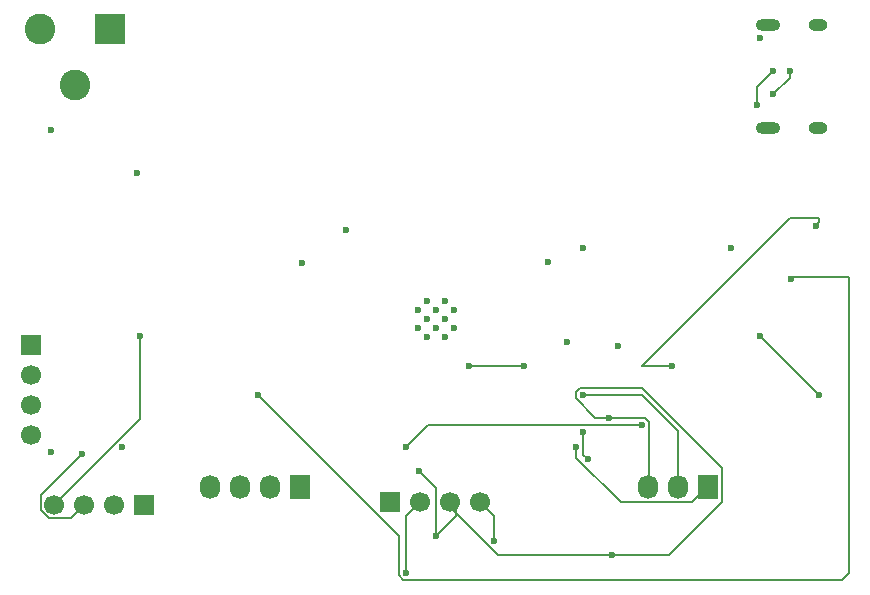
<source format=gbr>
%TF.GenerationSoftware,KiCad,Pcbnew,9.0.2*%
%TF.CreationDate,2025-07-02T17:03:22+05:30*%
%TF.ProjectId,ESP32-RoboCore V1,45535033-322d-4526-9f62-6f436f726520,rev?*%
%TF.SameCoordinates,Original*%
%TF.FileFunction,Copper,L4,Bot*%
%TF.FilePolarity,Positive*%
%FSLAX46Y46*%
G04 Gerber Fmt 4.6, Leading zero omitted, Abs format (unit mm)*
G04 Created by KiCad (PCBNEW 9.0.2) date 2025-07-02 17:03:22*
%MOMM*%
%LPD*%
G01*
G04 APERTURE LIST*
%TA.AperFunction,HeatsinkPad*%
%ADD10C,0.600000*%
%TD*%
%TA.AperFunction,ComponentPad*%
%ADD11R,1.730000X2.030000*%
%TD*%
%TA.AperFunction,ComponentPad*%
%ADD12O,1.730000X2.030000*%
%TD*%
%TA.AperFunction,ComponentPad*%
%ADD13R,1.700000X1.700000*%
%TD*%
%TA.AperFunction,ComponentPad*%
%ADD14C,1.700000*%
%TD*%
%TA.AperFunction,HeatsinkPad*%
%ADD15O,2.100000X1.000000*%
%TD*%
%TA.AperFunction,HeatsinkPad*%
%ADD16O,1.600000X1.000000*%
%TD*%
%TA.AperFunction,ComponentPad*%
%ADD17R,2.600000X2.600000*%
%TD*%
%TA.AperFunction,ComponentPad*%
%ADD18C,2.600000*%
%TD*%
%TA.AperFunction,ViaPad*%
%ADD19C,0.600000*%
%TD*%
%TA.AperFunction,Conductor*%
%ADD20C,0.200000*%
%TD*%
G04 APERTURE END LIST*
D10*
%TO.P,U1,39,GND*%
%TO.N,GND*%
X86595000Y-51772500D03*
X86595000Y-50247500D03*
X85832500Y-52535000D03*
X85832500Y-51010000D03*
X85832500Y-49485000D03*
X85070000Y-51772500D03*
X85070000Y-50247500D03*
X84307500Y-52535000D03*
X84307500Y-51010000D03*
X84307500Y-49485000D03*
X83545000Y-51772500D03*
X83545000Y-50247500D03*
%TD*%
D11*
%TO.P,J3,1,Pin_1*%
%TO.N,Net-(J3-Pin_1)*%
X108080000Y-65250000D03*
D12*
%TO.P,J3,2,Pin_2*%
%TO.N,Net-(J3-Pin_2)*%
X105540000Y-65250000D03*
%TO.P,J3,3,Pin_3*%
%TO.N,GND*%
X103000000Y-65250000D03*
%TD*%
D13*
%TO.P,J6,1,Pin_1*%
%TO.N,/IO21*%
X60370000Y-66750000D03*
D14*
%TO.P,J6,2,Pin_2*%
%TO.N,/IO22*%
X57830000Y-66750000D03*
%TO.P,J6,3,Pin_3*%
%TO.N,GND*%
X55290000Y-66750000D03*
%TO.P,J6,4,Pin_4*%
%TO.N,/+3.3v*%
X52750000Y-66750000D03*
%TD*%
D15*
%TO.P,J1,S1,SHIELD*%
%TO.N,GND*%
X113180000Y-34820000D03*
D16*
X117360000Y-34820000D03*
D15*
X113180000Y-26180000D03*
D16*
X117360000Y-26180000D03*
%TD*%
D17*
%TO.P,J2,1*%
%TO.N,Net-(U3-VIN)*%
X57500000Y-26500000D03*
D18*
%TO.P,J2,2*%
%TO.N,GND*%
X51500000Y-26500000D03*
%TO.P,J2,3*%
%TO.N,N/C*%
X54500000Y-31200000D03*
%TD*%
D13*
%TO.P,J5,1,Pin_1*%
%TO.N,Net-(J5-Pin_1)*%
X50750000Y-53210000D03*
D14*
%TO.P,J5,2,Pin_2*%
%TO.N,Net-(J5-Pin_2)*%
X50750000Y-55750000D03*
%TO.P,J5,3,Pin_3*%
%TO.N,Net-(J5-Pin_3)*%
X50750000Y-58290000D03*
%TO.P,J5,4,Pin_4*%
%TO.N,Net-(J5-Pin_4)*%
X50750000Y-60830000D03*
%TD*%
D11*
%TO.P,J4,1,Pin_1*%
%TO.N,Net-(J4-Pin_1)*%
X73580000Y-65250000D03*
D12*
%TO.P,J4,2,Pin_2*%
%TO.N,Net-(J4-Pin_2)*%
X71040000Y-65250000D03*
%TO.P,J4,3,Pin_3*%
%TO.N,GND*%
X68500000Y-65250000D03*
%TO.P,J4,4,Pin_4*%
%TO.N,/+3.3v*%
X65960000Y-65250000D03*
%TD*%
D13*
%TO.P,J7,1,Pin_1*%
%TO.N,/IO21*%
X81170000Y-66500000D03*
D14*
%TO.P,J7,2,Pin_2*%
%TO.N,/IO22*%
X83710000Y-66500000D03*
%TO.P,J7,3,Pin_3*%
%TO.N,GND*%
X86250000Y-66500000D03*
%TO.P,J7,4,Pin_4*%
%TO.N,/+3.3v*%
X88790000Y-66500000D03*
%TD*%
D19*
%TO.N,Net-(U1-EN)*%
X115136765Y-47636765D03*
X70000000Y-57500000D03*
%TO.N,Net-(U1-SHD{slash}SD2)*%
X102500000Y-60000000D03*
X82500000Y-61881000D03*
%TO.N,Net-(U1-EN)*%
X117500000Y-57500000D03*
X112500000Y-52500000D03*
%TO.N,/IO22*%
X82500000Y-72500000D03*
X97500000Y-45000000D03*
X94500000Y-46210000D03*
X96174800Y-53020400D03*
%TO.N,Net-(J4-Pin_1)*%
X87819700Y-55001000D03*
X92500000Y-55001000D03*
%TO.N,Net-(J3-Pin_1)*%
X96900000Y-61881000D03*
%TO.N,Net-(J3-Pin_2)*%
X97500000Y-57500000D03*
X97500000Y-60600000D03*
X97911000Y-62922900D03*
%TO.N,Net-(J1-CC1)*%
X115000000Y-30000000D03*
X113634000Y-31982500D03*
%TO.N,Net-(U4-VCC)*%
X113634000Y-30000000D03*
X112265000Y-32950000D03*
X110000000Y-45000000D03*
%TO.N,GND*%
X59750000Y-38700000D03*
X99709500Y-59400000D03*
X112500000Y-27250000D03*
X52500000Y-35000000D03*
X55075000Y-62500000D03*
X83625000Y-63875000D03*
X85058800Y-69400000D03*
X100000000Y-71001000D03*
X73750000Y-46250000D03*
X77451000Y-43519000D03*
%TO.N,/+3.3v*%
X90000000Y-69801000D03*
X58500000Y-61849000D03*
X105000000Y-55000000D03*
X117225000Y-43135000D03*
X60000000Y-52500000D03*
X52422200Y-62324000D03*
X100460700Y-53298100D03*
%TD*%
D20*
%TO.N,Net-(U1-EN)*%
X115273530Y-47500000D02*
X115136765Y-47636765D01*
X120000000Y-47500000D02*
X115273530Y-47500000D01*
X120000000Y-72500000D02*
X120000000Y-47500000D01*
X119399000Y-73101000D02*
X120000000Y-72500000D01*
X81899000Y-72748943D02*
X82251057Y-73101000D01*
X81899000Y-69399000D02*
X81899000Y-72748943D01*
X82251057Y-73101000D02*
X119399000Y-73101000D01*
X70000000Y-57500000D02*
X81899000Y-69399000D01*
%TO.N,Net-(U1-SHD{slash}SD2)*%
X84381000Y-60000000D02*
X102500000Y-60000000D01*
X82500000Y-61881000D02*
X84381000Y-60000000D01*
%TO.N,Net-(U1-EN)*%
X112500000Y-52500000D02*
X115601000Y-55601000D01*
X115601000Y-55601000D02*
X117500000Y-57500000D01*
%TO.N,/IO22*%
X82500000Y-67710000D02*
X83710000Y-66500000D01*
X82500000Y-72500000D02*
X82500000Y-67710000D01*
%TO.N,Net-(J4-Pin_1)*%
X87819700Y-55001000D02*
X92500000Y-55001000D01*
%TO.N,Net-(J3-Pin_1)*%
X106764000Y-66566000D02*
X108080000Y-65250000D01*
X100704000Y-66566000D02*
X106764000Y-66566000D01*
X96900000Y-62761900D02*
X100704000Y-66566000D01*
X96900000Y-61881000D02*
X96900000Y-62761900D01*
%TO.N,Net-(J3-Pin_2)*%
X97500000Y-62512000D02*
X97500000Y-60600000D01*
X97911000Y-62922900D02*
X97500000Y-62512000D01*
X105540000Y-60540000D02*
X105540000Y-65250000D01*
X102500000Y-57500000D02*
X105540000Y-60540000D01*
X97500000Y-57500000D02*
X102500000Y-57500000D01*
%TO.N,Net-(J1-CC1)*%
X115000000Y-30616500D02*
X113634000Y-31982500D01*
X115000000Y-30000000D02*
X115000000Y-30616500D01*
%TO.N,Net-(U4-VCC)*%
X112265000Y-31369000D02*
X112265000Y-32950000D01*
X113634000Y-30000000D02*
X112265000Y-31369000D01*
%TO.N,GND*%
X85058800Y-65308800D02*
X83625000Y-63875000D01*
X85058800Y-69400000D02*
X85058800Y-65308800D01*
X54139000Y-67901000D02*
X55290000Y-66750000D01*
X52273200Y-67901000D02*
X54139000Y-67901000D01*
X51599000Y-67226800D02*
X52273200Y-67901000D01*
X51599000Y-65976000D02*
X51599000Y-67226800D01*
X55075000Y-62500000D02*
X51599000Y-65976000D01*
X103101000Y-65149000D02*
X103000000Y-65250000D01*
X103101000Y-59751100D02*
X103101000Y-65149000D01*
X90350100Y-71001000D02*
X86767500Y-67418400D01*
X100000000Y-71001000D02*
X90350100Y-71001000D01*
X86250000Y-66900900D02*
X86250000Y-66500000D01*
X86767500Y-67418400D02*
X86250000Y-66900900D01*
X86767500Y-67691200D02*
X86767500Y-67418400D01*
X85058800Y-69400000D02*
X86767500Y-67691200D01*
X86767500Y-67017500D02*
X86250000Y-66500000D01*
X86767500Y-67418400D02*
X86767500Y-67017500D01*
X99709500Y-59400000D02*
X102750000Y-59400000D01*
X102750000Y-59400000D02*
X103101000Y-59751100D01*
X102749000Y-59399000D02*
X102750000Y-59400000D01*
X98549100Y-59399000D02*
X102749000Y-59399000D01*
X96899000Y-57748900D02*
X98549100Y-59399000D01*
X96899000Y-57251100D02*
X96899000Y-57748900D01*
X97251100Y-56899000D02*
X96899000Y-57251100D01*
X102466000Y-56899000D02*
X97251100Y-56899000D01*
X109246000Y-63678900D02*
X102466000Y-56899000D01*
X109246000Y-66566000D02*
X109246000Y-63678900D01*
X104811000Y-71001000D02*
X109246000Y-66566000D01*
X100000000Y-71001000D02*
X104811000Y-71001000D01*
X102750000Y-59400000D02*
X103101000Y-59751100D01*
%TO.N,/+3.3v*%
X117500000Y-42860000D02*
X117225000Y-43135000D01*
X117500000Y-42500000D02*
X117500000Y-42860000D01*
X115000000Y-42500000D02*
X117500000Y-42500000D01*
X102500000Y-55000000D02*
X115000000Y-42500000D01*
X105000000Y-55000000D02*
X102500000Y-55000000D01*
X90000000Y-67710000D02*
X88790000Y-66500000D01*
X90000000Y-69801000D02*
X90000000Y-67710000D01*
X60000000Y-59500000D02*
X52750000Y-66750000D01*
X60000000Y-52500000D02*
X60000000Y-59500000D01*
%TD*%
M02*

</source>
